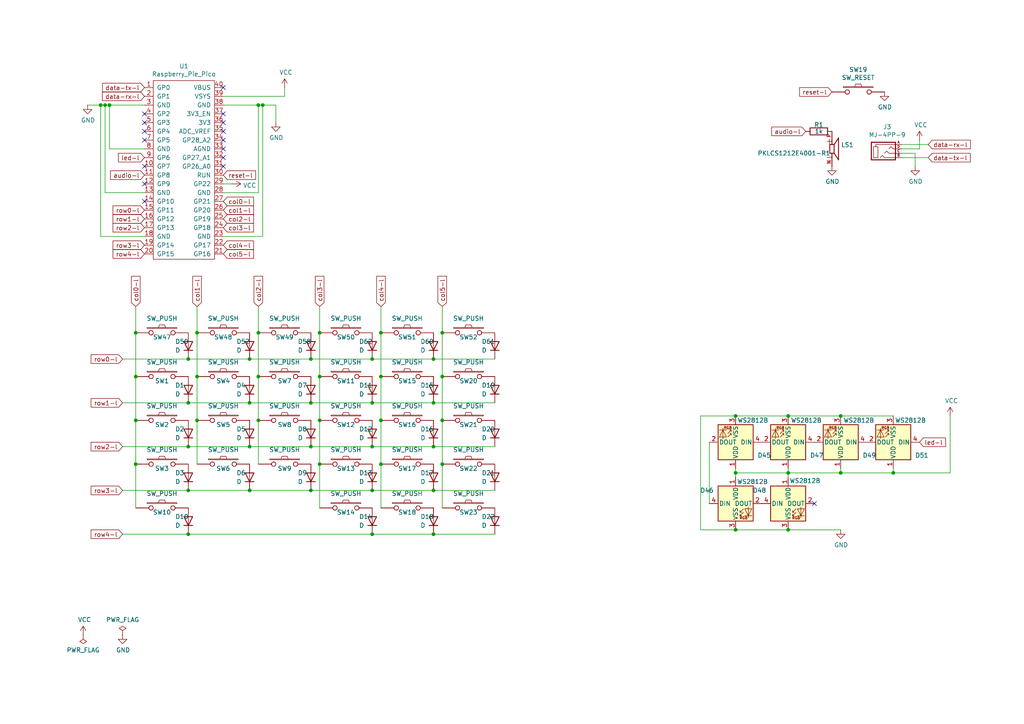
<source format=kicad_sch>
(kicad_sch (version 20250114) (generator "eeschema") (generator_version "9.0")
  (paper "A4")
  (lib_symbols
    (symbol "Device:D" (pin_numbers (hide yes)) (pin_names (offset 1.016) (hide yes))
      (property "Reference" "D" (at 0 2.54 0))
      (property "Value" "D" (at 0 -2.54 0))
      (symbol "D_0_1"
        (polyline (pts (xy -1.27 1.27) (xy -1.27 -1.27)) (stroke (width 0.254)))
        (polyline (pts (xy 1.27 1.27) (xy 1.27 -1.27) (xy -1.27 0) (xy 1.27 1.27)) (stroke (width 0.254)))
        (polyline (pts (xy 1.27 0) (xy -1.27 0)))
      )
      (symbol "D_1_1"
        (pin passive line (at -3.81 0 0) (length 2.54) (name "K") (number "1"))
        (pin passive line (at 3.81 0 180) (length 2.54) (name "A") (number "2"))
      )
    )
    (symbol "Device:R" (pin_numbers (hide yes)) (pin_names (offset 0))
      (property "Reference" "R" (at 2.032 0 90))
      (property "Value" "R" (at 0 0 90))
      (symbol "R_0_1"
        (rectangle (start -1.016 -2.54) (end 1.016 2.54) (stroke (width 0.254)))
      )
      (symbol "R_1_1"
        (pin passive line (at 0 3.81 270) (length 1.27) (name "~") (number "1"))
        (pin passive line (at 0 -3.81 90) (length 1.27) (name "~") (number "2"))
      )
    )
    (symbol "LED:WS2812B" (pin_names (offset 0.254))
      (property "Reference" "D" (at 5.08 5.715 0))
      (property "Value" "WS2812B" (at 1.27 -5.715 0))
      (symbol "WS2812B_0_0"
        (text "RGB" (at 2.286 -4.191 0) (effects (font (size 0.762 0.762))))
      )
      (symbol "WS2812B_0_1"
        (polyline (pts (xy 1.27 -2.54) (xy 1.778 -2.54)))
        (polyline (pts (xy 1.27 -3.556) (xy 1.778 -3.556)))
        (polyline (pts (xy 2.286 -1.524) (xy 1.27 -2.54) (xy 1.27 -2.032)))
        (polyline (pts (xy 2.286 -2.54) (xy 1.27 -3.556) (xy 1.27 -3.048)))
        (polyline (pts (xy 3.683 -1.016) (xy 3.683 -3.556) (xy 3.683 -4.064)))
        (polyline (pts (xy 4.699 -1.524) (xy 2.667 -1.524) (xy 3.683 -3.556) (xy 4.699 -1.524)))
        (polyline (pts (xy 4.699 -3.556) (xy 2.667 -3.556)))
        (rectangle (start 5.08 5.08) (end -5.08 -5.08) (stroke (width 0.254)) (fill (type background)))
      )
      (symbol "WS2812B_1_1"
        (pin input line (at -7.62 0 0) (length 2.54) (name "DIN") (number "4"))
        (pin power_in line (at 0 7.62 270) (length 2.54) (name "VDD") (number "1"))
        (pin power_in line (at 0 -7.62 90) (length 2.54) (name "VSS") (number "3"))
        (pin output line (at 7.62 0 180) (length 2.54) (name "DOUT") (number "2"))
      )
    )
    (symbol "_kbd:MJ-4PP-9" (pin_names (offset 1.016))
      (property "Reference" "J" (at 0 3.81 0))
      (property "Value" "MJ-4PP-9" (at 0 -3.81 0))
      (symbol "MJ-4PP-9_0_1"
        (polyline (pts (xy -2.54 1.27) (xy -2.54 1.905) (xy 3.175 1.905)))
        (rectangle (start -1.905 -1.905) (end -3.175 1.27))
        (polyline (pts (xy -1.27 -1.905) (xy -0.635 -1.27) (xy 0 -1.905) (xy 3.175 -1.905)))
        (polyline (pts (xy 0 -0.635) (xy 0.635 0) (xy 1.27 -0.635) (xy 3.175 -0.635)))
        (polyline (pts (xy 1.27 0.635) (xy 1.905 1.27) (xy 2.54 0.635) (xy 3.175 0.635)))
        (rectangle (start 3.175 2.54) (end -3.81 -2.54) (stroke (width 0.3048)))
      )
      (symbol "MJ-4PP-9_1_1"
        (pin input line (at 5.08 1.905 180) (length 2.0066) (name "~") (number "A"))
        (pin input line (at 5.08 0.635 180) (length 2.0066) (name "~") (number "D"))
        (pin input line (at 5.08 -0.635 180) (length 2.0066) (name "~") (number "C"))
        (pin input line (at 5.08 -1.905 180) (length 2.0066) (name "~") (number "B"))
      )
    )
    (symbol "_kbd:SW_PUSH" (pin_numbers (hide yes)) (pin_names (offset 1.016) (hide yes))
      (property "Reference" "SW" (at 3.81 2.794 0))
      (property "Value" "SW_PUSH" (at 0 -2.032 0))
      (symbol "SW_PUSH_0_1"
        (rectangle (start -4.318 1.27) (end 4.318 1.524))
        (polyline (pts (xy -1.016 1.524) (xy -0.762 2.286) (xy 0.762 2.286) (xy 1.016 1.524)))
        (pin passive inverted (at -7.62 0 0) (length 5.08) (name "1") (number "1"))
        (pin passive inverted (at 7.62 0 180) (length 5.08) (name "2") (number "2"))
      )
    )
    (symbol "_speaker:PKLCS1212E4001-R1" (pin_names (offset 1.016))
      (property "Reference" "LS" (at -3.82 8.9133 0))
      (property "Value" "PKLCS1212E4001-R1" (at -3.823 -11.469 0))
      (symbol "PKLCS1212E4001-R1_0_0"
        (polyline (pts (xy -0.635 1.27) (xy 0 1.27)) (stroke (width 0.254)))
        (polyline (pts (xy -0.635 -1.27) (xy -0.635 1.27)) (stroke (width 0.254)))
        (polyline (pts (xy 0 1.27) (xy 0 2.54)) (stroke (width 0.254)))
        (polyline (pts (xy 0 1.27) (xy 0.635 1.27)) (stroke (width 0.254)))
        (polyline (pts (xy 0 -1.27) (xy -0.635 -1.27)) (stroke (width 0.254)))
        (polyline (pts (xy 0 -1.27) (xy 0 -2.54)) (stroke (width 0.254)))
        (polyline (pts (xy 0.635 1.27) (xy 0.635 -1.27)) (stroke (width 0.254)))
        (polyline (pts (xy 0.635 1.27) (xy 1.905 3.175)) (stroke (width 0.254)))
        (polyline (pts (xy 0.635 -1.27) (xy 0 -1.27)) (stroke (width 0.254)))
        (polyline (pts (xy 1.905 3.175) (xy 1.905 -3.175)) (stroke (width 0.254)))
        (polyline (pts (xy 1.905 -3.175) (xy 0.635 -1.27)) (stroke (width 0.254)))
        (text "+" (at -1.905 1.27 0) (effects (font (size 1.778 1.778)) (justify left bottom)))
        (text "-" (at -1.905 -1.27 0) (effects (font (size 1.778 1.778)) (justify left top)))
        (pin passive line (at 0 5.08 270) (length 2.54) (name "~") (number "P"))
        (pin passive line (at 0 -5.08 90) (length 2.54) (name "~") (number "N"))
      )
    )
    (symbol "_yoichiro:Raspberry_Pi_Pico" (pin_names (offset 1.016))
      (property "Reference" "U" (at 0 27.559 0))
      (property "Value" "Raspberry_Pi_Pico" (at 0.0508 -27.4574 0))
      (symbol "Raspberry_Pi_Pico_0_0"
        (pin bidirectional line (at -11.43 24.13 0) (length 2.54) (name "GP0") (number "1"))
        (pin bidirectional line (at -11.43 21.59 0) (length 2.54) (name "GP1") (number "2"))
        (pin power_in line (at -11.43 19.05 0) (length 2.54) (name "GND") (number "3"))
        (pin bidirectional line (at -11.43 16.51 0) (length 2.54) (name "GP2") (number "4"))
        (pin bidirectional line (at -11.43 13.97 0) (length 2.54) (name "GP3") (number "5"))
        (pin bidirectional line (at -11.43 11.43 0) (length 2.54) (name "GP4") (number "6"))
        (pin bidirectional line (at -11.43 8.89 0) (length 2.54) (name "GP5") (number "7"))
        (pin power_in line (at -11.43 6.35 0) (length 2.54) (name "GND") (number "8"))
        (pin bidirectional line (at -11.43 3.81 0) (length 2.54) (name "GP6") (number "9"))
        (pin bidirectional line (at -11.43 1.27 0) (length 2.54) (name "GP7") (number "10"))
        (pin bidirectional line (at -11.43 -1.27 0) (length 2.54) (name "GP8") (number "11"))
        (pin bidirectional line (at -11.43 -3.81 0) (length 2.54) (name "GP9") (number "12"))
        (pin power_in line (at -11.43 -6.35 0) (length 2.54) (name "GND") (number "13"))
        (pin bidirectional line (at -11.43 -8.89 0) (length 2.54) (name "GP10") (number "14"))
        (pin bidirectional line (at -11.43 -11.43 0) (length 2.54) (name "GP11") (number "15"))
        (pin bidirectional line (at -11.43 -13.97 0) (length 2.54) (name "GP12") (number "16"))
        (pin bidirectional line (at -11.43 -16.51 0) (length 2.54) (name "GP13") (number "17"))
        (pin power_in line (at -11.43 -19.05 0) (length 2.54) (name "GND") (number "18"))
        (pin bidirectional line (at -11.43 -21.59 0) (length 2.54) (name "GP14") (number "19"))
        (pin bidirectional line (at -11.43 -24.13 0) (length 2.54) (name "GP15") (number "20"))
        (pin power_in line (at 11.43 24.13 180) (length 2.54) (name "VBUS") (number "40"))
        (pin power_in line (at 11.43 21.59 180) (length 2.54) (name "VSYS") (number "39"))
        (pin power_in line (at 11.43 19.05 180) (length 2.54) (name "GND") (number "38"))
        (pin input line (at 11.43 16.51 180) (length 2.54) (name "3V3_EN") (number "37"))
        (pin power_out line (at 11.43 13.97 180) (length 2.54) (name "3V3") (number "36"))
        (pin power_in line (at 11.43 11.43 180) (length 2.54) (name "ADC_VREF") (number "35"))
        (pin bidirectional line (at 11.43 8.89 180) (length 2.54) (name "GP28_A2") (number "34"))
        (pin power_in line (at 11.43 6.35 180) (length 2.54) (name "AGND") (number "33"))
        (pin bidirectional line (at 11.43 3.81 180) (length 2.54) (name "GP27_A1") (number "32"))
        (pin bidirectional line (at 11.43 1.27 180) (length 2.54) (name "GP26_A0") (number "31"))
        (pin input line (at 11.43 -1.27 180) (length 2.54) (name "RUN") (number "30"))
        (pin bidirectional line (at 11.43 -3.81 180) (length 2.54) (name "GP22") (number "29"))
        (pin power_in line (at 11.43 -6.35 180) (length 2.54) (name "GND") (number "28"))
        (pin bidirectional line (at 11.43 -8.89 180) (length 2.54) (name "GP21") (number "27"))
        (pin bidirectional line (at 11.43 -11.43 180) (length 2.54) (name "GP20") (number "26"))
        (pin bidirectional line (at 11.43 -13.97 180) (length 2.54) (name "GP19") (number "25"))
        (pin bidirectional line (at 11.43 -16.51 180) (length 2.54) (name "GP18") (number "24"))
        (pin power_in line (at 11.43 -19.05 180) (length 2.54) (name "GND") (number "23"))
        (pin bidirectional line (at 11.43 -21.59 180) (length 2.54) (name "GP17") (number "22"))
        (pin bidirectional line (at 11.43 -24.13 180) (length 2.54) (name "GP16") (number "21"))
      )
      (symbol "Raspberry_Pi_Pico_0_1"
        (rectangle (start -8.89 26.162) (end 8.89 -25.654))
      )
    )
    (symbol "power:GND" (power) (pin_numbers (hide yes)) (pin_names (offset 0) (hide yes))
      (property "Value" "GND" (at 0 -3.81 0))
      (symbol "GND_0_1"
        (polyline (pts (xy 0 0) (xy 0 -1.27) (xy 1.27 -1.27) (xy 0 -2.54) (xy -1.27 -1.27) (xy 0 -1.27)))
      )
      (symbol "GND_1_1"
        (pin power_in line (at 0 0 270) (length 0) (name "~") (number "1"))
      )
    )
    (symbol "power:PWR_FLAG" (power) (pin_numbers (hide yes)) (pin_names (offset 0) (hide yes))
      (property "Value" "PWR_FLAG" (at 0 3.81 0))
      (symbol "PWR_FLAG_0_0"
        (pin power_out line (at 0 0 90) (length 0) (name "~") (number "1"))
      )
      (symbol "PWR_FLAG_0_1"
        (polyline (pts (xy 0 0) (xy 0 1.27) (xy -1.016 1.905) (xy 0 2.54) (xy 1.016 1.905) (xy 0 1.27)))
      )
    )
    (symbol "power:VCC" (power) (pin_numbers (hide yes)) (pin_names (offset 0) (hide yes))
      (property "Value" "VCC" (at 0 3.556 0))
      (symbol "VCC_0_1"
        (polyline (pts (xy -0.762 1.27) (xy 0 2.54)))
        (polyline (pts (xy 0 2.54) (xy 0.762 1.27)))
        (polyline (pts (xy 0 0) (xy 0 2.54)))
      )
      (symbol "VCC_1_1"
        (pin power_in line (at 0 0 90) (length 0) (name "~") (number "1"))
      )
    )
  )
  (junction (at 213.36 137.16))
  (junction (at 125.73 142.24))
  (junction (at 74.93 109.22))
  (junction (at 213.36 153.67))
  (junction (at 54.61 116.84))
  (junction (at 74.93 121.92))
  (junction (at 72.39 129.54))
  (junction (at 57.15 121.92))
  (junction (at 92.71 134.62))
  (junction (at 107.95 154.94))
  (junction (at 128.27 121.92))
  (junction (at 54.61 142.24))
  (junction (at 31.75 30.48))
  (junction (at 76.2 30.48))
  (junction (at 54.61 104.14))
  (junction (at 90.17 142.24))
  (junction (at 228.6 120.65))
  (junction (at 107.95 116.84))
  (junction (at 72.39 104.14))
  (junction (at 74.93 30.48))
  (junction (at 30.48 30.48))
  (junction (at 29.21 30.48))
  (junction (at 213.36 120.65))
  (junction (at 125.73 129.54))
  (junction (at 110.49 109.22))
  (junction (at 72.39 142.24))
  (junction (at 39.37 96.52))
  (junction (at 92.71 96.52))
  (junction (at 128.27 134.62))
  (junction (at 228.6 153.67))
  (junction (at 74.93 96.52))
  (junction (at 243.84 120.65))
  (junction (at 125.73 154.94))
  (junction (at 90.17 116.84))
  (junction (at 39.37 134.62))
  (junction (at 57.15 109.22))
  (junction (at 57.15 96.52))
  (junction (at 128.27 109.22))
  (junction (at 110.49 134.62))
  (junction (at 54.61 154.94))
  (junction (at 39.37 109.22))
  (junction (at 125.73 104.14))
  (junction (at 243.84 137.16))
  (junction (at 259.08 137.16))
  (junction (at 90.17 104.14))
  (junction (at 54.61 129.54))
  (junction (at 228.6 137.16))
  (junction (at 107.95 142.24))
  (junction (at 92.71 109.22))
  (junction (at 125.73 116.84))
  (junction (at 128.27 96.52))
  (junction (at 39.37 121.92))
  (junction (at 110.49 96.52))
  (junction (at 90.17 129.54))
  (junction (at 107.95 104.14))
  (junction (at 110.49 121.92))
  (junction (at 107.95 129.54))
  (junction (at 92.71 121.92))
  (junction (at 72.39 116.84))
  (no_connect (at 64.77 25.4))
  (no_connect (at 64.77 33.02))
  (no_connect (at 64.77 45.72))
  (no_connect (at 64.77 48.26))
  (no_connect (at 41.91 35.56))
  (no_connect (at 41.91 33.02))
  (no_connect (at 41.91 58.42))
  (no_connect (at 41.91 53.34))
  (no_connect (at 41.91 48.26))
  (no_connect (at 64.77 43.18))
  (no_connect (at 64.77 35.56))
  (no_connect (at 236.22 146.05))
  (no_connect (at 64.77 38.1))
  (no_connect (at 41.91 38.1))
  (no_connect (at 41.91 40.64))
  (no_connect (at 64.77 40.64))
  (wire (pts (xy 92.71 96.52) (xy 92.71 88.9)))
  (wire (pts (xy 76.2 30.48) (xy 80.01 30.48)))
  (wire (pts (xy 35.56 142.24) (xy 54.61 142.24)))
  (wire (pts (xy 110.49 121.92) (xy 110.49 109.22)))
  (wire (pts (xy 74.93 121.92) (xy 74.93 134.62)))
  (wire (pts (xy 29.21 30.48) (xy 30.48 30.48)))
  (wire (pts (xy 266.7 43.18) (xy 266.7 40.64)))
  (wire (pts (xy 213.36 120.65) (xy 203.2 120.65)))
  (wire (pts (xy 31.75 30.48) (xy 41.91 30.48)))
  (wire (pts (xy 57.15 121.92) (xy 57.15 134.62)))
  (wire (pts (xy 125.73 142.24) (xy 107.95 142.24)))
  (wire (pts (xy 213.36 153.67) (xy 228.6 153.67)))
  (wire (pts (xy 261.62 43.18) (xy 266.7 43.18)))
  (wire (pts (xy 35.56 104.14) (xy 54.61 104.14)))
  (wire (pts (xy 54.61 129.54) (xy 35.56 129.54)))
  (wire (pts (xy 128.27 121.92) (xy 128.27 134.62)))
  (wire (pts (xy 110.49 88.9) (xy 110.49 96.52)))
  (wire (pts (xy 64.77 27.94) (xy 82.55 27.94)))
  (wire (pts (xy 259.08 120.65) (xy 243.84 120.65)))
  (wire (pts (xy 107.95 104.14) (xy 125.73 104.14)))
  (wire (pts (xy 82.55 25.4) (xy 82.55 27.94)))
  (wire (pts (xy 228.6 135.89) (xy 228.6 137.16)))
  (wire (pts (xy 259.08 137.16) (xy 243.84 137.16)))
  (wire (pts (xy 54.61 154.94) (xy 35.56 154.94)))
  (wire (pts (xy 275.59 137.16) (xy 259.08 137.16)))
  (wire (pts (xy 228.6 137.16) (xy 213.36 137.16)))
  (wire (pts (xy 213.36 137.16) (xy 213.36 135.89)))
  (wire (pts (xy 143.51 154.94) (xy 125.73 154.94)))
  (wire (pts (xy 143.51 129.54) (xy 125.73 129.54)))
  (wire (pts (xy 39.37 88.9) (xy 39.37 96.52)))
  (wire (pts (xy 125.73 104.14) (xy 143.51 104.14)))
  (wire (pts (xy 110.49 96.52) (xy 110.49 109.22)))
  (wire (pts (xy 72.39 104.14) (xy 90.17 104.14)))
  (wire (pts (xy 39.37 134.62) (xy 39.37 121.92)))
  (wire (pts (xy 64.77 53.34) (xy 67.31 53.34)))
  (wire (pts (xy 30.48 55.88) (xy 30.48 30.48)))
  (wire (pts (xy 107.95 142.24) (xy 90.17 142.24)))
  (wire (pts (xy 203.2 153.67) (xy 213.36 153.67)))
  (wire (pts (xy 228.6 138.43) (xy 228.6 137.16)))
  (wire (pts (xy 92.71 121.92) (xy 92.71 134.62)))
  (wire (pts (xy 228.6 120.65) (xy 213.36 120.65)))
  (wire (pts (xy 39.37 96.52) (xy 39.37 109.22)))
  (wire (pts (xy 261.62 44.45) (xy 265.43 44.45)))
  (wire (pts (xy 275.59 120.65) (xy 275.59 137.16)))
  (wire (pts (xy 128.27 88.9) (xy 128.27 96.52)))
  (wire (pts (xy 57.15 109.22) (xy 57.15 121.92)))
  (wire (pts (xy 29.21 68.58) (xy 29.21 30.48)))
  (wire (pts (xy 107.95 129.54) (xy 90.17 129.54)))
  (wire (pts (xy 128.27 109.22) (xy 128.27 121.92)))
  (wire (pts (xy 90.17 104.14) (xy 107.95 104.14)))
  (wire (pts (xy 269.24 45.72) (xy 261.62 45.72)))
  (wire (pts (xy 243.84 120.65) (xy 228.6 120.65)))
  (wire (pts (xy 57.15 96.52) (xy 57.15 109.22)))
  (wire (pts (xy 143.51 142.24) (xy 125.73 142.24)))
  (wire (pts (xy 54.61 116.84) (xy 35.56 116.84)))
  (wire (pts (xy 54.61 154.94) (xy 107.95 154.94)))
  (wire (pts (xy 143.51 116.84) (xy 125.73 116.84)))
  (wire (pts (xy 74.93 109.22) (xy 74.93 121.92)))
  (wire (pts (xy 64.77 55.88) (xy 74.93 55.88)))
  (wire (pts (xy 92.71 109.22) (xy 92.71 96.52)))
  (wire (pts (xy 259.08 135.89) (xy 259.08 137.16)))
  (wire (pts (xy 74.93 30.48) (xy 76.2 30.48)))
  (wire (pts (xy 31.75 43.18) (xy 31.75 30.48)))
  (wire (pts (xy 92.71 147.32) (xy 92.71 134.62)))
  (wire (pts (xy 110.49 134.62) (xy 110.49 147.32)))
  (wire (pts (xy 90.17 142.24) (xy 72.39 142.24)))
  (wire (pts (xy 125.73 116.84) (xy 107.95 116.84)))
  (wire (pts (xy 41.91 43.18) (xy 31.75 43.18)))
  (wire (pts (xy 125.73 154.94) (xy 107.95 154.94)))
  (wire (pts (xy 80.01 30.48) (xy 80.01 35.56)))
  (wire (pts (xy 74.93 96.52) (xy 74.93 109.22)))
  (wire (pts (xy 57.15 88.9) (xy 57.15 96.52)))
  (wire (pts (xy 41.91 55.88) (xy 30.48 55.88)))
  (wire (pts (xy 128.27 134.62) (xy 128.27 147.32)))
  (wire (pts (xy 74.93 55.88) (xy 74.93 30.48)))
  (wire (pts (xy 72.39 142.24) (xy 54.61 142.24)))
  (wire (pts (xy 30.48 30.48) (xy 31.75 30.48)))
  (wire (pts (xy 243.84 135.89) (xy 243.84 137.16)))
  (wire (pts (xy 92.71 121.92) (xy 92.71 109.22)))
  (wire (pts (xy 90.17 116.84) (xy 72.39 116.84)))
  (wire (pts (xy 72.39 129.54) (xy 54.61 129.54)))
  (wire (pts (xy 64.77 68.58) (xy 76.2 68.58)))
  (wire (pts (xy 39.37 109.22) (xy 39.37 121.92)))
  (wire (pts (xy 265.43 44.45) (xy 265.43 48.26)))
  (wire (pts (xy 110.49 121.92) (xy 110.49 134.62)))
  (wire (pts (xy 203.2 120.65) (xy 203.2 153.67)))
  (wire (pts (xy 25.4 30.48) (xy 29.21 30.48)))
  (wire (pts (xy 125.73 129.54) (xy 107.95 129.54)))
  (wire (pts (xy 205.74 128.27) (xy 205.74 146.05)))
  (wire (pts (xy 213.36 138.43) (xy 213.36 137.16)))
  (wire (pts (xy 41.91 68.58) (xy 29.21 68.58)))
  (wire (pts (xy 54.61 104.14) (xy 72.39 104.14)))
  (wire (pts (xy 90.17 129.54) (xy 72.39 129.54)))
  (wire (pts (xy 76.2 68.58) (xy 76.2 30.48)))
  (wire (pts (xy 128.27 96.52) (xy 128.27 109.22)))
  (wire (pts (xy 74.93 88.9) (xy 74.93 96.52)))
  (wire (pts (xy 107.95 116.84) (xy 90.17 116.84)))
  (wire (pts (xy 228.6 153.67) (xy 243.84 153.67)))
  (wire (pts (xy 243.84 137.16) (xy 228.6 137.16)))
  (wire (pts (xy 72.39 116.84) (xy 54.61 116.84)))
  (wire (pts (xy 39.37 134.62) (xy 39.37 147.32)))
  (wire (pts (xy 64.77 30.48) (xy 74.93 30.48)))
  (wire (pts (xy 261.62 41.91) (xy 269.24 41.91)))
  (global_label "row1-l" (shape input) (at 35.56 116.84 180) (property "Intersheetrefs" "${INTERSHEET_REFS}" (effects (hide yes))))
  (global_label "col1-l" (shape input) (at 64.77 60.96 0) (property "Intersheetrefs" "${INTERSHEET_REFS}" (effects (hide yes))))
  (global_label "col5-l" (shape input) (at 128.27 88.9 90) (property "Intersheetrefs" "${INTERSHEET_REFS}" (effects (hide yes))))
  (global_label "row2-l" (shape input) (at 35.56 129.54 180) (property "Intersheetrefs" "${INTERSHEET_REFS}" (effects (hide yes))))
  (global_label "col0-l" (shape input) (at 39.37 88.9 90) (property "Intersheetrefs" "${INTERSHEET_REFS}" (effects (hide yes))))
  (global_label "row4-l" (shape input) (at 35.56 154.94 180) (property "Intersheetrefs" "${INTERSHEET_REFS}" (effects (hide yes))))
  (global_label "audio-l" (shape input) (at 233.68 38.1 180) (property "Intersheetrefs" "${INTERSHEET_REFS}" (effects (hide yes))))
  (global_label "col5-l" (shape input) (at 64.77 73.66 0) (property "Intersheetrefs" "${INTERSHEET_REFS}" (effects (hide yes))))
  (global_label "data-rx-l" (shape input) (at 41.91 27.94 180) (property "Intersheetrefs" "${INTERSHEET_REFS}" (effects (hide yes))))
  (global_label "col4-l" (shape input) (at 64.77 71.12 0) (property "Intersheetrefs" "${INTERSHEET_REFS}" (effects (hide yes))))
  (global_label "row2-l" (shape input) (at 41.91 66.04 180) (property "Intersheetrefs" "${INTERSHEET_REFS}" (effects (hide yes))))
  (global_label "col2-l" (shape input) (at 64.77 63.5 0) (property "Intersheetrefs" "${INTERSHEET_REFS}" (effects (hide yes))))
  (global_label "reset-l" (shape input) (at 64.77 50.8 0) (property "Intersheetrefs" "${INTERSHEET_REFS}" (effects (hide yes))))
  (global_label "col0-l" (shape input) (at 64.77 58.42 0) (property "Intersheetrefs" "${INTERSHEET_REFS}" (effects (hide yes))))
  (global_label "audio-l" (shape input) (at 41.91 50.8 180) (property "Intersheetrefs" "${INTERSHEET_REFS}" (effects (hide yes))))
  (global_label "data-tx-l" (shape input) (at 41.91 25.4 180) (property "Intersheetrefs" "${INTERSHEET_REFS}" (effects (hide yes))))
  (global_label "led-l" (shape input) (at 41.91 45.72 180) (property "Intersheetrefs" "${INTERSHEET_REFS}" (effects (hide yes))))
  (global_label "led-l" (shape input) (at 266.7 128.27 0) (property "Intersheetrefs" "${INTERSHEET_REFS}" (effects (hide yes))))
  (global_label "row3-l" (shape input) (at 41.91 71.12 180) (property "Intersheetrefs" "${INTERSHEET_REFS}" (effects (hide yes))))
  (global_label "row0-l" (shape input) (at 35.56 104.14 180) (property "Intersheetrefs" "${INTERSHEET_REFS}" (effects (hide yes))))
  (global_label "col1-l" (shape input) (at 57.15 88.9 90) (property "Intersheetrefs" "${INTERSHEET_REFS}" (effects (hide yes))))
  (global_label "data-rx-l" (shape input) (at 269.24 41.91 0) (property "Intersheetrefs" "${INTERSHEET_REFS}" (effects (hide yes))))
  (global_label "col3-l" (shape input) (at 92.71 88.9 90) (property "Intersheetrefs" "${INTERSHEET_REFS}" (effects (hide yes))))
  (global_label "row4-l" (shape input) (at 41.91 73.66 180) (property "Intersheetrefs" "${INTERSHEET_REFS}" (effects (hide yes))))
  (global_label "row0-l" (shape input) (at 41.91 60.96 180) (property "Intersheetrefs" "${INTERSHEET_REFS}" (effects (hide yes))))
  (global_label "col2-l" (shape input) (at 74.93 88.9 90) (property "Intersheetrefs" "${INTERSHEET_REFS}" (effects (hide yes))))
  (global_label "row3-l" (shape input) (at 35.56 142.24 180) (property "Intersheetrefs" "${INTERSHEET_REFS}" (effects (hide yes))))
  (global_label "col4-l" (shape input) (at 110.49 88.9 90) (property "Intersheetrefs" "${INTERSHEET_REFS}" (effects (hide yes))))
  (global_label "reset-l" (shape input) (at 241.3 26.67 180) (property "Intersheetrefs" "${INTERSHEET_REFS}" (effects (hide yes))))
  (global_label "col3-l" (shape input) (at 64.77 66.04 0) (property "Intersheetrefs" "${INTERSHEET_REFS}" (effects (hide yes))))
  (global_label "row1-l" (shape input) (at 41.91 63.5 180) (property "Intersheetrefs" "${INTERSHEET_REFS}" (effects (hide yes))))
  (global_label "data-tx-l" (shape input) (at 269.24 45.72 0) (property "Intersheetrefs" "${INTERSHEET_REFS}" (effects (hide yes))))
  (symbol (lib_id "_kbd:SW_PUSH") (at 46.99 109.22 0) (unit 1)
    (property "Reference" "SW1" (at 46.99 110.49 0))
    (property "Value" "SW_PUSH" (at 46.99 105.0544 0))
    (property "Footprint" "_yoichiro:CherryMX_Choco_Hotswap" (effects (hide yes)))
  )
  (symbol (lib_id "Device:D") (at 54.61 113.03 90) (unit 1)
    (property "Reference" "D1" (at 50.8 111.76 90) (effects (justify right)))
    (property "Value" "D" (at 50.8 114.3 90) (effects (justify right)))
    (property "Footprint" "_keebio-parts:Diode-Hybrid-Back" (effects (hide yes)))
    (property "Description" "Diode" (effects (hide yes)))
    (property "Sim.Device" "D" (effects (hide yes)))
    (property "Sim.Pins" "1=K 2=A" (effects (hide yes)))
  )
  (symbol (lib_id "_kbd:SW_PUSH") (at 46.99 121.92 0) (unit 1)
    (property "Reference" "SW2" (at 46.99 123.19 0))
    (property "Value" "SW_PUSH" (at 46.99 117.7544 0))
    (property "Footprint" "_yoichiro:CherryMX_Choco_Hotswap" (effects (hide yes)))
  )
  (symbol (lib_id "Device:D") (at 54.61 125.73 90) (unit 1)
    (property "Reference" "D2" (at 50.8 124.46 90) (effects (justify right)))
    (property "Value" "D" (at 50.8 127 90) (effects (justify right)))
    (property "Footprint" "_keebio-parts:Diode-Hybrid-Back" (effects (hide yes)))
    (property "Description" "Diode" (effects (hide yes)))
    (property "Sim.Device" "D" (effects (hide yes)))
    (property "Sim.Pins" "1=K 2=A" (effects (hide yes)))
  )
  (symbol (lib_id "_kbd:SW_PUSH") (at 46.99 134.62 0) (unit 1)
    (property "Reference" "SW3" (at 46.99 135.89 0))
    (property "Value" "SW_PUSH" (at 46.99 130.4544 0))
    (property "Footprint" "_yoichiro:CherryMX_Choco_Hotswap" (effects (hide yes)))
  )
  (symbol (lib_id "Device:D") (at 54.61 138.43 90) (unit 1)
    (property "Reference" "D3" (at 50.8 137.16 90) (effects (justify right)))
    (property "Value" "D" (at 50.8 139.7 90) (effects (justify right)))
    (property "Footprint" "_keebio-parts:Diode-Hybrid-Back" (effects (hide yes)))
    (property "Description" "Diode" (effects (hide yes)))
    (property "Sim.Device" "D" (effects (hide yes)))
    (property "Sim.Pins" "1=K 2=A" (effects (hide yes)))
  )
  (symbol (lib_id "_kbd:SW_PUSH") (at 64.77 109.22 0) (unit 1)
    (property "Reference" "SW4" (at 64.77 110.49 0))
    (property "Value" "SW_PUSH" (at 64.77 105.0544 0))
    (property "Footprint" "_yoichiro:CherryMX_Choco_Hotswap" (effects (hide yes)))
  )
  (symbol (lib_id "Device:D") (at 72.39 113.03 90) (unit 1)
    (property "Reference" "D4" (at 68.58 111.76 90) (effects (justify right)))
    (property "Value" "D" (at 68.58 114.3 90) (effects (justify right)))
    (property "Footprint" "_keebio-parts:Diode-Hybrid-Back" (effects (hide yes)))
    (property "Description" "Diode" (effects (hide yes)))
    (property "Sim.Device" "D" (effects (hide yes)))
    (property "Sim.Pins" "1=K 2=A" (effects (hide yes)))
  )
  (symbol (lib_id "_kbd:SW_PUSH") (at 64.77 121.92 0) (unit 1)
    (property "Reference" "SW5" (at 64.77 123.19 0))
    (property "Value" "SW_PUSH" (at 64.77 117.7544 0))
    (property "Footprint" "_yoichiro:CherryMX_Choco_Hotswap" (effects (hide yes)))
  )
  (symbol (lib_id "Device:D") (at 72.39 125.73 90) (unit 1)
    (property "Reference" "D5" (at 68.58 124.46 90) (effects (justify right)))
    (property "Value" "D" (at 68.58 127 90) (effects (justify right)))
    (property "Footprint" "_keebio-parts:Diode-Hybrid-Back" (effects (hide yes)))
    (property "Description" "Diode" (effects (hide yes)))
    (property "Sim.Device" "D" (effects (hide yes)))
    (property "Sim.Pins" "1=K 2=A" (effects (hide yes)))
  )
  (symbol (lib_id "_kbd:SW_PUSH") (at 64.77 134.62 0) (unit 1)
    (property "Reference" "SW6" (at 64.77 135.89 0))
    (property "Value" "SW_PUSH" (at 64.77 130.4544 0))
    (property "Footprint" "_yoichiro:CherryMX_Choco_Hotswap" (effects (hide yes)))
  )
  (symbol (lib_id "Device:D") (at 72.39 138.43 90) (unit 1)
    (property "Reference" "D6" (at 68.58 137.16 90) (effects (justify right)))
    (property "Value" "D" (at 68.58 139.7 90) (effects (justify right)))
    (property "Footprint" "_keebio-parts:Diode-Hybrid-Back" (effects (hide yes)))
    (property "Description" "Diode" (effects (hide yes)))
    (property "Sim.Device" "D" (effects (hide yes)))
    (property "Sim.Pins" "1=K 2=A" (effects (hide yes)))
  )
  (symbol (lib_id "_kbd:SW_PUSH") (at 82.55 109.22 0) (unit 1)
    (property "Reference" "SW7" (at 82.55 110.49 0))
    (property "Value" "SW_PUSH" (at 82.55 105.0544 0))
    (property "Footprint" "_yoichiro:CherryMX_Choco_Hotswap" (effects (hide yes)))
  )
  (symbol (lib_id "Device:D") (at 90.17 113.03 90) (unit 1)
    (property "Reference" "D7" (at 86.36 111.76 90) (effects (justify right)))
    (property "Value" "D" (at 86.36 114.3 90) (effects (justify right)))
    (property "Footprint" "_keebio-parts:Diode-Hybrid-Back" (effects (hide yes)))
    (property "Description" "Diode" (effects (hide yes)))
    (property "Sim.Device" "D" (effects (hide yes)))
    (property "Sim.Pins" "1=K 2=A" (effects (hide yes)))
  )
  (symbol (lib_id "_kbd:SW_PUSH") (at 82.55 121.92 0) (unit 1)
    (property "Reference" "SW8" (at 82.55 123.19 0))
    (property "Value" "SW_PUSH" (at 82.55 117.7544 0))
    (property "Footprint" "_yoichiro:CherryMX_Choco_Hotswap" (effects (hide yes)))
  )
  (symbol (lib_id "Device:D") (at 90.17 125.73 90) (unit 1)
    (property "Reference" "D8" (at 86.36 124.46 90) (effects (justify right)))
    (property "Value" "D" (at 86.36 127 90) (effects (justify right)))
    (property "Footprint" "_keebio-parts:Diode-Hybrid-Back" (effects (hide yes)))
    (property "Description" "Diode" (effects (hide yes)))
    (property "Sim.Device" "D" (effects (hide yes)))
    (property "Sim.Pins" "1=K 2=A" (effects (hide yes)))
  )
  (symbol (lib_id "_kbd:SW_PUSH") (at 82.55 134.62 0) (unit 1)
    (property "Reference" "SW9" (at 82.55 135.89 0))
    (property "Value" "SW_PUSH" (at 82.55 130.4544 0))
    (property "Footprint" "_yoichiro:CherryMX_Choco_Hotswap" (effects (hide yes)))
  )
  (symbol (lib_id "Device:D") (at 90.17 138.43 90) (unit 1)
    (property "Reference" "D9" (at 86.36 137.16 90) (effects (justify right)))
    (property "Value" "D" (at 86.36 139.7 90) (effects (justify right)))
    (property "Footprint" "_keebio-parts:Diode-Hybrid-Back" (effects (hide yes)))
    (property "Description" "Diode" (effects (hide yes)))
    (property "Sim.Device" "D" (effects (hide yes)))
    (property "Sim.Pins" "1=K 2=A" (effects (hide yes)))
  )
  (symbol (lib_id "_kbd:SW_PUSH") (at 46.99 147.32 0) (unit 1)
    (property "Reference" "SW10" (at 46.99 148.59 0))
    (property "Value" "SW_PUSH" (at 46.99 143.1544 0))
    (property "Footprint" "_yoichiro:CherryMX_Choco_Hotswap" (effects (hide yes)))
  )
  (symbol (lib_id "Device:D") (at 54.61 151.13 90) (unit 1)
    (property "Reference" "D10" (at 50.8 149.86 90) (effects (justify right)))
    (property "Value" "D" (at 50.8 152.4 90) (effects (justify right)))
    (property "Footprint" "_keebio-parts:Diode-Hybrid-Back" (effects (hide yes)))
    (property "Description" "Diode" (effects (hide yes)))
    (property "Sim.Device" "D" (effects (hide yes)))
    (property "Sim.Pins" "1=K 2=A" (effects (hide yes)))
  )
  (symbol (lib_id "_kbd:SW_PUSH") (at 100.33 109.22 0) (unit 1)
    (property "Reference" "SW11" (at 100.33 110.49 0))
    (property "Value" "SW_PUSH" (at 100.33 105.0544 0))
    (property "Footprint" "_yoichiro:CherryMX_Choco_Hotswap" (effects (hide yes)))
  )
  (symbol (lib_id "Device:D") (at 107.95 113.03 90) (unit 1)
    (property "Reference" "D11" (at 104.14 111.76 90) (effects (justify right)))
    (property "Value" "D" (at 104.14 114.3 90) (effects (justify right)))
    (property "Footprint" "_keebio-parts:Diode-Hybrid-Back" (effects (hide yes)))
    (property "Description" "Diode" (effects (hide yes)))
    (property "Sim.Device" "D" (effects (hide yes)))
    (property "Sim.Pins" "1=K 2=A" (effects (hide yes)))
  )
  (symbol (lib_id "_kbd:SW_PUSH") (at 100.33 121.92 0) (unit 1)
    (property "Reference" "SW12" (at 100.33 123.19 0))
    (property "Value" "SW_PUSH" (at 100.33 117.7544 0))
    (property "Footprint" "_yoichiro:CherryMX_Choco_Hotswap" (effects (hide yes)))
  )
  (symbol (lib_id "Device:D") (at 107.95 125.73 90) (unit 1)
    (property "Reference" "D12" (at 104.14 124.46 90) (effects (justify right)))
    (property "Value" "D" (at 104.14 127 90) (effects (justify right)))
    (property "Footprint" "_keebio-parts:Diode-Hybrid-Back" (effects (hide yes)))
    (property "Description" "Diode" (effects (hide yes)))
    (property "Sim.Device" "D" (effects (hide yes)))
    (property "Sim.Pins" "1=K 2=A" (effects (hide yes)))
  )
  (symbol (lib_id "_kbd:SW_PUSH") (at 100.33 134.62 0) (unit 1)
    (property "Reference" "SW13" (at 100.33 135.89 0))
    (property "Value" "SW_PUSH" (at 100.33 130.4544 0))
    (property "Footprint" "_yoichiro:CherryMX_Choco_Hotswap" (effects (hide yes)))
  )
  (symbol (lib_id "Device:D") (at 107.95 138.43 90) (unit 1)
    (property "Reference" "D13" (at 104.14 137.16 90) (effects (justify right)))
    (property "Value" "D" (at 104.14 139.7 90) (effects (justify right)))
    (property "Footprint" "_keebio-parts:Diode-Hybrid-Back" (effects (hide yes)))
    (property "Description" "Diode" (effects (hide yes)))
    (property "Sim.Device" "D" (effects (hide yes)))
    (property "Sim.Pins" "1=K 2=A" (effects (hide yes)))
  )
  (symbol (lib_id "_kbd:SW_PUSH") (at 100.33 147.32 0) (unit 1)
    (property "Reference" "SW14" (at 100.33 148.59 0))
    (property "Value" "SW_PUSH" (at 100.33 143.1544 0))
    (property "Footprint" "_yoichiro:CherryMX_Choco_Hotswap" (effects (hide yes)))
  )
  (symbol (lib_id "Device:D") (at 107.95 151.13 90) (unit 1)
    (property "Reference" "D14" (at 104.14 149.86 90) (effects (justify right)))
    (property "Value" "D" (at 104.14 152.4 90) (effects (justify right)))
    (property "Footprint" "_keebio-parts:Diode-Hybrid-Back" (effects (hide yes)))
    (property "Description" "Diode" (effects (hide yes)))
    (property "Sim.Device" "D" (effects (hide yes)))
    (property "Sim.Pins" "1=K 2=A" (effects (hide yes)))
  )
  (symbol (lib_id "_kbd:SW_PUSH") (at 118.11 109.22 0) (unit 1)
    (property "Reference" "SW15" (at 118.11 110.49 0))
    (property "Value" "SW_PUSH" (at 118.11 105.0544 0))
    (property "Footprint" "_yoichiro:CherryMX_Choco_Hotswap" (effects (hide yes)))
  )
  (symbol (lib_id "Device:D") (at 125.73 113.03 90) (unit 1)
    (property "Reference" "D15" (at 121.92 111.76 90) (effects (justify right)))
    (property "Value" "D" (at 121.92 114.3 90) (effects (justify right)))
    (property "Footprint" "_keebio-parts:Diode-Hybrid-Back" (effects (hide yes)))
    (property "Description" "Diode" (effects (hide yes)))
    (property "Sim.Device" "D" (effects (hide yes)))
    (property "Sim.Pins" "1=K 2=A" (effects (hide yes)))
  )
  (symbol (lib_id "_kbd:SW_PUSH") (at 118.11 121.92 0) (unit 1)
    (property "Reference" "SW16" (at 118.11 123.19 0))
    (property "Value" "SW_PUSH" (at 118.11 117.7544 0))
    (property "Footprint" "_yoichiro:CherryMX_Choco_Hotswap" (effects (hide yes)))
  )
  (symbol (lib_id "Device:D") (at 125.73 125.73 90) (unit 1)
    (property "Reference" "D16" (at 121.92 124.46 90) (effects (justify right)))
    (property "Value" "D" (at 121.92 127 90) (effects (justify right)))
    (property "Footprint" "_keebio-parts:Diode-Hybrid-Back" (effects (hide yes)))
    (property "Description" "Diode" (effects (hide yes)))
    (property "Sim.Device" "D" (effects (hide yes)))
    (property "Sim.Pins" "1=K 2=A" (effects (hide yes)))
  )
  (symbol (lib_id "_kbd:SW_PUSH") (at 118.11 134.62 0) (unit 1)
    (property "Reference" "SW17" (at 118.11 135.89 0))
    (property "Value" "SW_PUSH" (at 118.11 130.4544 0))
    (property "Footprint" "_yoichiro:CherryMX_Choco_Hotswap" (effects (hide yes)))
  )
  (symbol (lib_id "Device:D") (at 125.73 138.43 90) (unit 1)
    (property "Reference" "D17" (at 121.92 137.16 90) (effects (justify right)))
    (property "Value" "D" (at 121.92 139.7 90) (effects (justify right)))
    (property "Footprint" "_keebio-parts:Diode-Hybrid-Back" (effects (hide yes)))
    (property "Description" "Diode" (effects (hide yes)))
    (property "Sim.Device" "D" (effects (hide yes)))
    (property "Sim.Pins" "1=K 2=A" (effects (hide yes)))
  )
  (symbol (lib_id "_kbd:SW_PUSH") (at 118.11 147.32 0) (unit 1)
    (property "Reference" "SW18" (at 118.11 148.59 0))
    (property "Value" "SW_PUSH" (at 118.11 143.1544 0))
    (property "Footprint" "_yoichiro:CherryMX_Choco_Hotswap" (effects (hide yes)))
  )
  (symbol (lib_id "Device:D") (at 125.73 151.13 90) (unit 1)
    (property "Reference" "D18" (at 121.92 149.86 90) (effects (justify right)))
    (property "Value" "D" (at 121.92 152.4 90) (effects (justify right)))
    (property "Footprint" "_keebio-parts:Diode-Hybrid-Back" (effects (hide yes)))
    (property "Description" "Diode" (effects (hide yes)))
    (property "Sim.Device" "D" (effects (hide yes)))
    (property "Sim.Pins" "1=K 2=A" (effects (hide yes)))
  )
  (symbol (lib_id "_kbd:SW_PUSH") (at 135.89 109.22 0) (unit 1)
    (property "Reference" "SW20" (at 135.89 110.49 0))
    (property "Value" "SW_PUSH" (at 135.89 105.0544 0))
    (property "Footprint" "_yoichiro:CherryMX_Choco_Hotswap" (effects (hide yes)))
  )
  (symbol (lib_id "Device:D") (at 143.51 113.03 90) (unit 1)
    (property "Reference" "D19" (at 139.7 111.76 90) (effects (justify right)))
    (property "Value" "D" (at 139.7 114.3 90) (effects (justify right)))
    (property "Footprint" "_keebio-parts:Diode-Hybrid-Back" (effects (hide yes)))
    (property "Description" "Diode" (effects (hide yes)))
    (property "Sim.Device" "D" (effects (hide yes)))
    (property "Sim.Pins" "1=K 2=A" (effects (hide yes)))
  )
  (symbol (lib_id "_kbd:SW_PUSH") (at 135.89 121.92 0) (unit 1)
    (property "Reference" "SW21" (at 135.89 123.19 0))
    (property "Value" "SW_PUSH" (at 135.89 117.7544 0))
    (property "Footprint" "_yoichiro:CherryMX_Choco_Hotswap" (effects (hide yes)))
  )
  (symbol (lib_id "Device:D") (at 143.51 125.73 90) (unit 1)
    (property "Reference" "D20" (at 139.7 124.46 90) (effects (justify right)))
    (property "Value" "D" (at 139.7 127 90) (effects (justify right)))
    (property "Footprint" "_keebio-parts:Diode-Hybrid-Back" (effects (hide yes)))
    (property "Description" "Diode" (effects (hide yes)))
    (property "Sim.Device" "D" (effects (hide yes)))
    (property "Sim.Pins" "1=K 2=A" (effects (hide yes)))
  )
  (symbol (lib_id "_kbd:SW_PUSH") (at 135.89 134.62 0) (unit 1)
    (property "Reference" "SW22" (at 135.89 135.89 0))
    (property "Value" "SW_PUSH" (at 135.89 130.4544 0))
    (property "Footprint" "_yoichiro:CherryMX_Choco_Hotswap" (effects (hide yes)))
  )
  (symbol (lib_id "Device:D") (at 143.51 138.43 90) (unit 1)
    (property "Reference" "D21" (at 139.7 137.16 90) (effects (justify right)))
    (property "Value" "D" (at 139.7 139.7 90) (effects (justify right)))
    (property "Footprint" "_keebio-parts:Diode-Hybrid-Back" (effects (hide yes)))
    (property "Description" "Diode" (effects (hide yes)))
    (property "Sim.Device" "D" (effects (hide yes)))
    (property "Sim.Pins" "1=K 2=A" (effects (hide yes)))
  )
  (symbol (lib_id "_kbd:SW_PUSH") (at 135.89 147.32 0) (unit 1)
    (property "Reference" "SW23" (at 135.89 148.59 0))
    (property "Value" "SW_PUSH" (at 135.89 143.1544 0))
    (property "Footprint" "_yoichiro:CherryMX_Choco_Hotswap" (effects (hide yes)))
  )
  (symbol (lib_id "Device:D") (at 143.51 151.13 90) (unit 1)
    (property "Reference" "D22" (at 139.7 149.86 90) (effects (justify right)))
    (property "Value" "D" (at 139.7 152.4 90) (effects (justify right)))
    (property "Footprint" "_keebio-parts:Diode-Hybrid-Back" (effects (hide yes)))
    (property "Description" "Diode" (effects (hide yes)))
    (property "Sim.Device" "D" (effects (hide yes)))
    (property "Sim.Pins" "1=K 2=A" (effects (hide yes)))
  )
  (symbol (lib_id "LED:WS2812B") (at 259.08 128.27 180) (unit 1)
    (property "Reference" "D51" (at 265.43 132.08 0) (effects (justify right)))
    (property "Value" "WS2812B" (at 259.588 121.92 0) (effects (justify right)))
    (property "Footprint" "_yoichiro:LED_WS2812B" (effects (hide yes)))
    (property "Datasheet" "https://cdn-shop.adafruit.com/datasheets/WS2812B.pdf" (effects (hide yes)))
  )
  (symbol (lib_id "power:VCC") (at 24.13 184.15 0) (unit 1)
    (property "Reference" "#PWR01" (effects (hide yes)))
    (property "Value" "VCC" (at 24.511 179.7558 0))
    (property "Description" "Power symbol creates a global label with name \"VCC\"" (effects (hide yes)))
  )
  (symbol (lib_id "power:PWR_FLAG") (at 24.13 184.15 0) (mirror x) (unit 1)
    (property "Reference" "#FLG01" (effects (hide yes)))
    (property "Value" "PWR_FLAG" (at 24.13 188.5442 0))
    (property "Description" "Special symbol for telling ERC where power comes from" (effects (hide yes)))
  )
  (symbol (lib_id "power:PWR_FLAG") (at 35.56 184.15 0) (unit 1)
    (property "Reference" "#FLG02" (effects (hide yes)))
    (property "Value" "PWR_FLAG" (at 35.56 179.7558 0))
    (property "Description" "Special symbol for telling ERC where power comes from" (effects (hide yes)))
  )
  (symbol (lib_id "power:GND") (at 35.56 184.15 0) (unit 1)
    (property "Reference" "#PWR03" (effects (hide yes)))
    (property "Value" "GND" (at 35.687 188.5442 0))
    (property "Description" "Power symbol creates a global label with name \"GND\" , ground" (effects (hide yes)))
  )
  (symbol (lib_id "power:GND") (at 25.4 30.48 0) (unit 1)
    (property "Reference" "#PWR02" (effects (hide yes)))
    (property "Value" "GND" (at 25.527 34.8742 0))
    (property "Description" "Power symbol creates a global label with name \"GND\" , ground" (effects (hide yes)))
  )
  (symbol (lib_id "power:GND") (at 80.01 35.56 0) (unit 1)
    (property "Reference" "#PWR08" (effects (hide yes)))
    (property "Value" "GND" (at 80.137 39.9542 0))
    (property "Description" "Power symbol creates a global label with name \"GND\" , ground" (effects (hide yes)))
  )
  (symbol (lib_id "power:VCC") (at 82.55 25.4 0) (unit 1)
    (property "Reference" "#PWR07" (effects (hide yes)))
    (property "Value" "VCC" (at 82.931 21.0058 0))
    (property "Description" "Power symbol creates a global label with name \"VCC\"" (effects (hide yes)))
  )
  (symbol (lib_id "_kbd:SW_PUSH") (at 248.92 26.67 0) (unit 1)
    (property "Reference" "SW19" (at 248.92 20.193 0))
    (property "Value" "SW_RESET" (at 248.92 22.5044 0))
    (property "Footprint" "_kbd:ResetSW" (effects (hide yes)))
  )
  (symbol (lib_id "power:GND") (at 256.54 26.67 0) (unit 1)
    (property "Reference" "#PWR013" (effects (hide yes)))
    (property "Value" "GND" (at 256.667 31.0642 0))
    (property "Description" "Power symbol creates a global label with name \"GND\" , ground" (effects (hide yes)))
  )
  (symbol (lib_id "_kbd:MJ-4PP-9") (at 256.54 43.815 0) (unit 1)
    (property "Reference" "J3" (at 257.3274 36.8046 0))
    (property "Value" "MJ-4PP-9" (at 257.3274 39.116 0))
    (property "Footprint" "_kbd:MJ-4PP-9" (effects (hide yes)))
    (property "Description" "4-pin (audio) jack receptable (stereo + 4th pin/TRRS connector), compatible with PJ320A" (effects (hide yes)))
  )
  (symbol (lib_id "power:GND") (at 265.43 48.26 0) (unit 1)
    (property "Reference" "#PWR09" (effects (hide yes)))
    (property "Value" "GND" (at 265.557 52.6542 0))
    (property "Description" "Power symbol creates a global label with name \"GND\" , ground" (effects (hide yes)))
  )
  (symbol (lib_id "power:VCC") (at 266.7 40.64 0) (unit 1)
    (property "Reference" "#PWR012" (effects (hide yes)))
    (property "Value" "VCC" (at 267.081 36.2458 0))
    (property "Description" "Power symbol creates a global label with name \"VCC\"" (effects (hide yes)))
  )
  (symbol (lib_id "LED:WS2812B") (at 243.84 128.27 180) (unit 1)
    (property "Reference" "D49" (at 250.19 132.08 0) (effects (justify right)))
    (property "Value" "WS2812B" (at 244.602 121.92 0) (effects (justify right)))
    (property "Footprint" "_yoichiro:LED_WS2812B" (effects (hide yes)))
    (property "Datasheet" "https://cdn-shop.adafruit.com/datasheets/WS2812B.pdf" (effects (hide yes)))
  )
  (symbol (lib_id "LED:WS2812B") (at 228.6 128.27 180) (unit 1)
    (property "Reference" "D47" (at 234.95 132.08 0) (effects (justify right)))
    (property "Value" "WS2812B" (at 229.362 121.92 0) (effects (justify right)))
    (property "Footprint" "_yoichiro:LED_WS2812B" (effects (hide yes)))
    (property "Datasheet" "https://cdn-shop.adafruit.com/datasheets/WS2812B.pdf" (effects (hide yes)))
  )
  (symbol (lib_id "LED:WS2812B") (at 213.36 128.27 180) (unit 1)
    (property "Reference" "D45" (at 219.71 132.08 0) (effects (justify right)))
    (property "Value" "WS2812B" (at 213.868 121.92 0) (effects (justify right)))
    (property "Footprint" "_yoichiro:LED_WS2812B" (effects (hide yes)))
    (property "Datasheet" "https://cdn-shop.adafruit.com/datasheets/WS2812B.pdf" (effects (hide yes)))
  )
  (symbol (lib_id "LED:WS2812B") (at 213.36 146.05 0) (unit 1)
    (property "Reference" "D46" (at 207.01 142.24 0) (effects (justify right)))
    (property "Value" "WS2812B" (at 222.758 139.7 0) (effects (justify right)))
    (property "Footprint" "_yoichiro:LED_WS2812B" (effects (hide yes)))
    (property "Datasheet" "https://cdn-shop.adafruit.com/datasheets/WS2812B.pdf" (effects (hide yes)))
  )
  (symbol (lib_id "LED:WS2812B") (at 228.6 146.05 0) (unit 1)
    (property "Reference" "D48" (at 222.25 142.24 0) (effects (justify right)))
    (property "Value" "WS2812B" (at 237.998 139.446 0) (effects (justify right)))
    (property "Footprint" "_yoichiro:LED_WS2812B" (effects (hide yes)))
    (property "Datasheet" "https://cdn-shop.adafruit.com/datasheets/WS2812B.pdf" (effects (hide yes)))
  )
  (symbol (lib_id "power:VCC") (at 275.59 120.65 0) (unit 1)
    (property "Reference" "#PWR010" (effects (hide yes)))
    (property "Value" "VCC" (at 275.971 116.2558 0))
    (property "Description" "Power symbol creates a global label with name \"VCC\"" (effects (hide yes)))
  )
  (symbol (lib_id "power:GND") (at 243.84 153.67 0) (unit 1)
    (property "Reference" "#PWR011" (effects (hide yes)))
    (property "Value" "GND" (at 243.967 158.0642 0))
    (property "Description" "Power symbol creates a global label with name \"GND\" , ground" (effects (hide yes)))
  )
  (symbol (lib_id "_yoichiro:Raspberry_Pi_Pico") (at 53.34 49.53 0) (unit 1)
    (property "Reference" "U1" (at 53.34 19.177 0))
    (property "Value" "Raspberry_Pie_Pico" (at 53.34 21.4884 0))
    (property "Footprint" "_yoichiro:Raspberry_Pi_Pico" (effects (hide yes)))
  )
  (symbol (lib_id "_speaker:PKLCS1212E4001-R1") (at 241.3 43.18 0) (unit 1)
    (property "Reference" "LS1" (at 243.9416 42.0116 0) (effects (justify left)))
    (property "Value" "PKLCS1212E4001-R1" (at 219.71 44.45 0) (effects (justify left)))
    (property "Footprint" "_speaker:SPKR_PKLCS1212E4001-R1" (effects (hide yes)))
    (property "Datasheet" "Murata Electronics" (effects (hide yes)))
    (property "Field4" "January 22, 2018" (effects (hide yes)))
    (property "Field5" "Manufacturer Recommendations" (effects (hide yes)))
    (property "Field6" "3.0 mm" (effects (hide yes)))
    (property "MF" "Murata" (effects (hide yes)))
    (property "MAXIMUM_PACKAGE_HEIGHT" "3.0 mm" (effects (hide yes)))
    (property "Package" "SMD-2 Murata" (effects (hide yes)))
    (property "Price" "None" (effects (hide yes)))
    (property "Check_prices" "https://www.snapeda.com/parts/PKLCS1212E4001-R1/Murata/view-part/?ref=eda" (effects (hide yes)))
    (property "STANDARD" "Manufacturer Recommendations" (effects (hide yes)))
    (property "PARTREV" "January 22, 2018" (effects (hide yes)))
    (property "SnapEDA_Link" "https://www.snapeda.com/parts/PKLCS1212E4001-R1/Murata/view-part/?ref=snap" (effects (hide yes)))
    (property "MP" "PKLCS1212E4001-R1" (effects (hide yes)))
    (property "Purchase-URL" "https://www.snapeda.com/api/url_track_click_mouser/?unipart_id=4970519&manufacturer=Murata&part_name=PKLCS1212E4001-R1&search_term=None" (effects (hide yes)))
    (property "Description_1" "Buzzers Transducer, Externally Driven Piezo 1.5 V - 4kHz 84dB @ 1.5V, 10cm Surface Mount Solder Pads" (effects (hide yes)))
    (property "Availability" "In Stock" (effects (hide yes)))
    (property "MANUFACTURER" "Murata Electronics" (effects (hide yes)))
  )
  (symbol (lib_id "power:GND") (at 241.3 48.26 0) (unit 1)
    (property "Reference" "#PWR04" (effects (hide yes)))
    (property "Value" "GND" (at 241.427 52.6542 0))
    (property "Description" "Power symbol creates a global label with name \"GND\" , ground" (effects (hide yes)))
  )
  (symbol (lib_id "Device:R") (at 237.49 38.1 270) (unit 1)
    (property "Reference" "R1" (at 237.49 36.195 90))
    (property "Value" "1k" (at 237.49 38.1 90))
    (property "Footprint" "_keebio-parts:Resistor-Hybrid-Back" (effects (hide yes)))
  )
  (symbol (lib_id "Device:D") (at 143.51 100.33 90) (unit 1)
    (property "Reference" "D61" (at 139.7 99.06 90) (effects (justify right)))
    (property "Value" "D" (at 139.7 101.6 90) (effects (justify right)))
    (property "Footprint" "_keebio-parts:Diode-Hybrid-Back" (effects (hide yes)))
    (property "Description" "Diode" (effects (hide yes)))
    (property "Sim.Device" "D" (effects (hide yes)))
    (property "Sim.Pins" "1=K 2=A" (effects (hide yes)))
  )
  (symbol (lib_id "_kbd:SW_PUSH") (at 82.55 96.52 0) (unit 1)
    (property "Reference" "SW49" (at 82.55 97.79 0))
    (property "Value" "SW_PUSH" (at 82.55 92.3544 0))
    (property "Footprint" "_yoichiro:CherryMX_Choco_Hotswap" (effects (hide yes)))
  )
  (symbol (lib_id "_kbd:SW_PUSH") (at 118.11 96.52 0) (unit 1)
    (property "Reference" "SW51" (at 118.11 97.79 0))
    (property "Value" "SW_PUSH" (at 118.11 92.3544 0))
    (property "Footprint" "_yoichiro:CherryMX_Choco_Hotswap" (effects (hide yes)))
  )
  (symbol (lib_id "Device:D") (at 54.61 100.33 90) (unit 1)
    (property "Reference" "D50" (at 50.8 99.06 90) (effects (justify right)))
    (property "Value" "D" (at 50.8 101.6 90) (effects (justify right)))
    (property "Footprint" "_keebio-parts:Diode-Hybrid-Back" (effects (hide yes)))
    (property "Description" "Diode" (effects (hide yes)))
    (property "Sim.Device" "D" (effects (hide yes)))
    (property "Sim.Pins" "1=K 2=A" (effects (hide yes)))
  )
  (symbol (lib_id "_kbd:SW_PUSH") (at 64.77 96.52 0) (unit 1)
    (property "Reference" "SW48" (at 64.77 97.79 0))
    (property "Value" "SW_PUSH" (at 64.77 92.3544 0))
    (property "Footprint" "_yoichiro:CherryMX_Choco_Hotswap" (effects (hide yes)))
  )
  (symbol (lib_id "power:VCC") (at 67.31 53.34 270) (unit 1)
    (property "Reference" "#PWR0101" (effects (hide yes)))
    (property "Value" "VCC" (at 70.485 53.7738 90) (effects (justify left)))
    (property "Description" "Power symbol creates a global label with name \"VCC\"" (effects (hide yes)))
  )
  (symbol (lib_id "Device:D") (at 72.39 100.33 90) (unit 1)
    (property "Reference" "D52" (at 68.58 99.06 90) (effects (justify right)))
    (property "Value" "D" (at 68.58 101.6 90) (effects (justify right)))
    (property "Footprint" "_keebio-parts:Diode-Hybrid-Back" (effects (hide yes)))
    (property "Description" "Diode" (effects (hide yes)))
    (property "Sim.Device" "D" (effects (hide yes)))
    (property "Sim.Pins" "1=K 2=A" (effects (hide yes)))
  )
  (symbol (lib_id "_kbd:SW_PUSH") (at 135.89 96.52 0) (unit 1)
    (property "Reference" "SW52" (at 135.89 97.79 0))
    (property "Value" "SW_PUSH" (at 135.89 92.3544 0))
    (property "Footprint" "_yoichiro:CherryMX_Choco_Hotswap" (effects (hide yes)))
  )
  (symbol (lib_id "_kbd:SW_PUSH") (at 46.99 96.52 0) (unit 1)
    (property "Reference" "SW47" (at 46.99 97.79 0))
    (property "Value" "SW_PUSH" (at 46.99 92.3544 0))
    (property "Footprint" "_yoichiro:CherryMX_Choco_Hotswap" (effects (hide yes)))
  )
  (symbol (lib_id "Device:D") (at 90.17 100.33 90) (unit 1)
    (property "Reference" "D58" (at 86.36 99.06 90) (effects (justify right)))
    (property "Value" "D" (at 86.36 101.6 90) (effects (justify right)))
    (property "Footprint" "_keebio-parts:Diode-Hybrid-Back" (effects (hide yes)))
    (property "Description" "Diode" (effects (hide yes)))
    (property "Sim.Device" "D" (effects (hide yes)))
    (property "Sim.Pins" "1=K 2=A" (effects (hide yes)))
  )
  (symbol (lib_id "Device:D") (at 125.73 100.33 90) (unit 1)
    (property "Reference" "D60" (at 121.92 99.06 90) (effects (justify right)))
    (property "Value" "D" (at 121.92 101.6 90) (effects (justify right)))
    (property "Footprint" "_keebio-parts:Diode-Hybrid-Back" (effects (hide yes)))
    (property "Description" "Diode" (effects (hide yes)))
    (property "Sim.Device" "D" (effects (hide yes)))
    (property "Sim.Pins" "1=K 2=A" (effects (hide yes)))
  )
  (symbol (lib_id "Device:D") (at 107.95 100.33 90) (unit 1)
    (property "Reference" "D62" (at 104.14 99.06 90) (effects (justify right)))
    (property "Value" "D" (at 104.14 101.6 90) (effects (justify right)))
    (property "Footprint" "_keebio-parts:Diode-Hybrid-Back" (effects (hide yes)))
    (property "Description" "Diode" (effects (hide yes)))
    (property "Sim.Device" "D" (effects (hide yes)))
    (property "Sim.Pins" "1=K 2=A" (effects (hide yes)))
  )
  (symbol (lib_id "_kbd:SW_PUSH") (at 100.33 96.52 0) (unit 1)
    (property "Reference" "SW50" (at 100.33 97.79 0))
    (property "Value" "SW_PUSH" (at 100.33 92.3544 0))
    (property "Footprint" "_yoichiro:CherryMX_Choco_Hotswap" (effects (hide yes)))
  )
)
</source>
